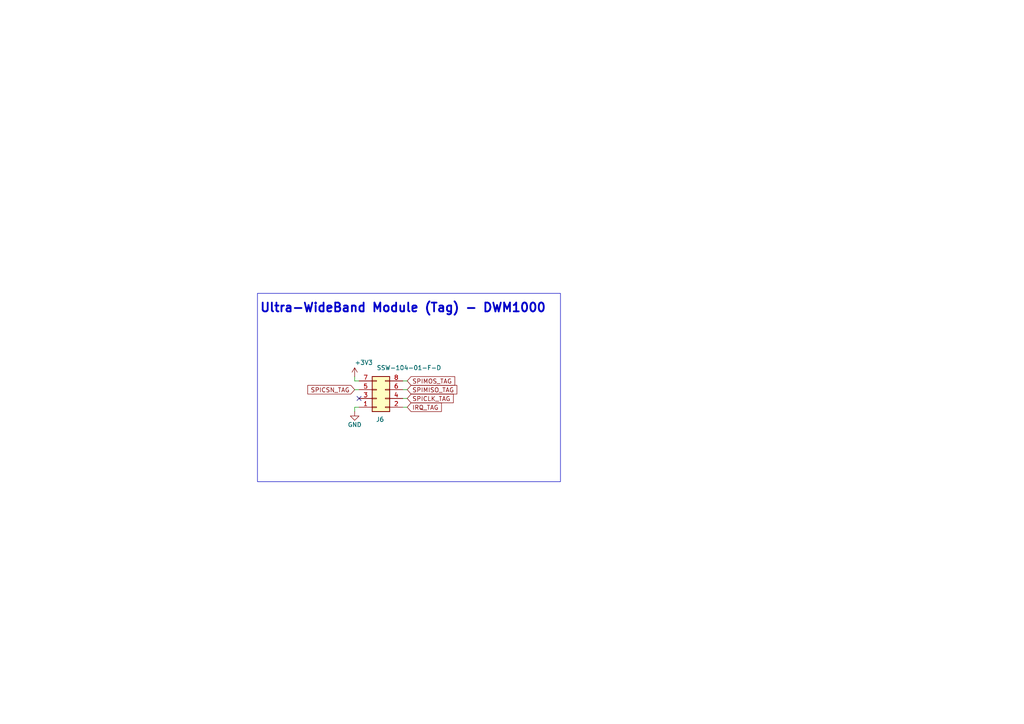
<source format=kicad_sch>
(kicad_sch (version 20250114) (generator "eeschema") (generator_version "9.0")
  (paper "A4")
  (lib_symbols
    (symbol "Connector_Generic:Conn_02x04_Odd_Even" (pin_names (offset 1.016) (hide yes))
      (property "Reference" "J" (at 1.27 5.08 0))
      (property "Value" "Conn_02x04_Odd_Even" (at 1.27 -7.62 0))
      (symbol "Conn_02x04_Odd_Even_1_1"
        (rectangle (start -1.27 3.81) (end 3.81 -6.35) (stroke (width 0.254)) (fill (type background)))
        (rectangle (start -1.27 2.667) (end 0 2.413) (stroke (width 0.1524)))
        (rectangle (start -1.27 0.127) (end 0 -0.127) (stroke (width 0.1524)))
        (rectangle (start -1.27 -2.413) (end 0 -2.667) (stroke (width 0.1524)))
        (rectangle (start -1.27 -4.953) (end 0 -5.207) (stroke (width 0.1524)))
        (rectangle (start 3.81 2.667) (end 2.54 2.413) (stroke (width 0.1524)))
        (rectangle (start 3.81 0.127) (end 2.54 -0.127) (stroke (width 0.1524)))
        (rectangle (start 3.81 -2.413) (end 2.54 -2.667) (stroke (width 0.1524)))
        (rectangle (start 3.81 -4.953) (end 2.54 -5.207) (stroke (width 0.1524)))
        (pin passive line (at -5.08 2.54 0) (length 3.81) (name "Pin_1") (number "1"))
        (pin passive line (at -5.08 0 0) (length 3.81) (name "Pin_3") (number "3"))
        (pin passive line (at -5.08 -2.54 0) (length 3.81) (name "Pin_5") (number "5"))
        (pin passive line (at -5.08 -5.08 0) (length 3.81) (name "Pin_7") (number "7"))
        (pin passive line (at 7.62 2.54 180) (length 3.81) (name "Pin_2") (number "2"))
        (pin passive line (at 7.62 0 180) (length 3.81) (name "Pin_4") (number "4"))
        (pin passive line (at 7.62 -2.54 180) (length 3.81) (name "Pin_6") (number "6"))
        (pin passive line (at 7.62 -5.08 180) (length 3.81) (name "Pin_8") (number "8"))
      )
    )
    (symbol "power:+3V3" (power) (pin_numbers (hide yes)) (pin_names (offset 0) (hide yes))
      (property "Value" "+3V3" (at 0 3.556 0))
      (symbol "+3V3_0_1"
        (polyline (pts (xy -0.762 1.27) (xy 0 2.54)))
        (polyline (pts (xy 0 2.54) (xy 0.762 1.27)))
        (polyline (pts (xy 0 0) (xy 0 2.54)))
      )
      (symbol "+3V3_1_1"
        (pin power_in line (at 0 0 90) (length 0) (name "~") (number "1"))
      )
    )
    (symbol "power:GND" (power) (pin_numbers (hide yes)) (pin_names (offset 0) (hide yes))
      (property "Value" "GND" (at 0 -3.81 0))
      (symbol "GND_0_1"
        (polyline (pts (xy 0 0) (xy 0 -1.27) (xy 1.27 -1.27) (xy 0 -2.54) (xy -1.27 -1.27) (xy 0 -1.27)))
      )
      (symbol "GND_1_1"
        (pin power_in line (at 0 0 270) (length 0) (name "~") (number "1"))
      )
    )
  )
  (rectangle (start 74.676 85.09) (end 162.56 139.7))
  (text "Ultra-WideBand Module (Tag) - DWM1000 " (at 117.856 89.408 0) (effects (font (size 2.54 2.54) (thickness 0.508) (bold yes))))
  (no_connect (at 104.14 115.57))
  (wire (pts (xy 118.11 115.57) (xy 116.84 115.57)))
  (wire (pts (xy 104.14 110.49) (xy 102.87 110.49)))
  (wire (pts (xy 118.11 110.49) (xy 116.84 110.49)))
  (wire (pts (xy 116.84 118.11) (xy 118.11 118.11)))
  (wire (pts (xy 116.84 113.03) (xy 118.11 113.03)))
  (wire (pts (xy 102.87 118.11) (xy 104.14 118.11)))
  (wire (pts (xy 102.87 118.11) (xy 102.87 119.38)))
  (wire (pts (xy 102.87 110.49) (xy 102.87 109.22)))
  (wire (pts (xy 102.87 113.03) (xy 104.14 113.03)))
  (global_label "SPIMISO_TAG" (shape input) (at 118.11 113.03 0) (property "Intersheetrefs" "${INTERSHEET_REFS}" (effects (hide yes))))
  (global_label "SPICSN_TAG" (shape input) (at 102.87 113.03 180) (property "Intersheetrefs" "${INTERSHEET_REFS}" (effects (hide yes))))
  (global_label "SPICLK_TAG" (shape input) (at 118.11 115.57 0) (property "Intersheetrefs" "${INTERSHEET_REFS}" (effects (hide yes))))
  (global_label "IRQ_TAG" (shape input) (at 118.11 118.11 0) (property "Intersheetrefs" "${INTERSHEET_REFS}" (effects (hide yes))))
  (global_label "SPIMOS_TAG" (shape input) (at 118.11 110.49 0) (property "Intersheetrefs" "${INTERSHEET_REFS}" (effects (hide yes))))
  (symbol (lib_id "power:GND") (at 102.87 119.38 0) (mirror y) (unit 1)
    (property "Reference" "#PWR020" (effects (hide yes)))
    (property "Value" "GND" (at 102.87 123.19 0))
    (property "Description" "Power symbol creates a global label with name \"GND\" , ground" (effects (hide yes)))
  )
  (symbol (lib_id "Connector_Generic:Conn_02x04_Odd_Even") (at 109.22 115.57 0) (mirror x) (unit 1)
    (property "Reference" "J6" (at 110.236 121.666 0))
    (property "Value" "SSW-104-01-F-D" (at 118.618 106.68 0))
    (property "Footprint" "Connector_PinSocket_2.54mm:PinSocket_2x04_P2.54mm_Vertical" (effects (hide yes)))
    (property "Datasheet" "https://mm.digikey.com/Volume0/opasdata/d220001/medias/docus/6129/ssw-1xx-xx-xxx-x-xx-xxx-xx-mkt.pdf" (effects (hide yes)))
    (property "Description" "8 Position Receptacle Connector 0.100\" (2.54mm) Through Hole Gold" (effects (hide yes)))
    (property "Manufacturer_Part_Number" "SSW-104-01-F-D" (effects (hide yes)))
    (property "Manufacturer_Name" "Samtec Inc." (effects (hide yes)))
    (property "Price" "$2.20" (effects (hide yes)))
    (property "Supplier_Part_Number" "SAM10017-ND" (effects (hide yes)))
    (property "Website" "https://www.digikey.ca/en/products/detail/samtec-inc/SSW-105-01-L-D/6678760?s=N4IgTCBcDaIMoEECyBGADGsBmAtAOQBEQBdAXyA" (effects (hide yes)))
    (property "Supplier" "Digi-Key" (effects (hide yes)))
    (property "Type" "Connector" (effects (hide yes)))
  )
  (symbol (lib_id "power:+3V3") (at 102.87 109.22 0) (unit 1)
    (property "Reference" "#PWR019" (effects (hide yes)))
    (property "Value" "+3V3" (at 102.87 105.156 0) (effects (justify left)))
    (property "Description" "Power symbol creates a global label with name \"+3V3\"" (effects (hide yes)))
  )
)
</source>
